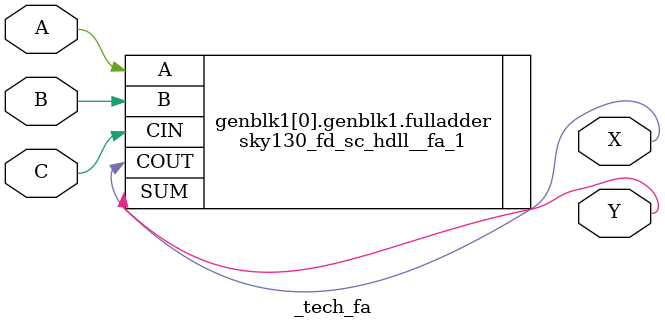
<source format=v>

(* techmap_celltype = "$fa" *)
module _tech_fa (A, B, C, X, Y);
  parameter WIDTH = 1;
  (* force_downto *)
    input [WIDTH-1 : 0] A, B, C;
  (* force_downto *)
    output [WIDTH-1 : 0] X, Y;
  
  parameter _TECHMAP_CONSTVAL_A_ = WIDTH'bx;
  parameter _TECHMAP_CONSTVAL_B_ = WIDTH'bx;
  parameter _TECHMAP_CONSTVAL_C_ = WIDTH'bx;
  
  genvar i;
  generate for (i = 0; i < WIDTH; i = i + 1) begin
      if (_TECHMAP_CONSTVAL_A_[i] === 1'b0 || _TECHMAP_CONSTVAL_B_[i] === 1'b0 || _TECHMAP_CONSTVAL_C_[i] === 1'b0) begin
        if (_TECHMAP_CONSTVAL_C_[i] === 1'b0) begin
          sky130_fd_sc_hdll__ha_1 halfadder_Cconst (
              .A(A[i]),
              .B(B[i]),
              .COUT(X[i]), .SUM(Y[i])
            );
        end 
        else begin
          if (_TECHMAP_CONSTVAL_B_[i] === 1'b0) begin
            sky130_fd_sc_hdll__ha_1 halfadder_Bconst (
                .A(A[i]),
                .B(C[i]),
                .COUT(X[i]), .SUM(Y[i])
              );
          end
          else begin
            sky130_fd_sc_hdll__ha_1 halfadder_Aconst (
                .A(B[i]),
                .B(C[i]),
                .COUT(X[i]), .SUM(Y[i])
              );
          end
        end
      end
      else begin
        sky130_fd_sc_hdll__fa_1 fulladder (
            .A(A[i]), .B(B[i]), .CIN(C[i]), .COUT(X[i]), .SUM(Y[i])
          );
      end
    end endgenerate

endmodule

</source>
